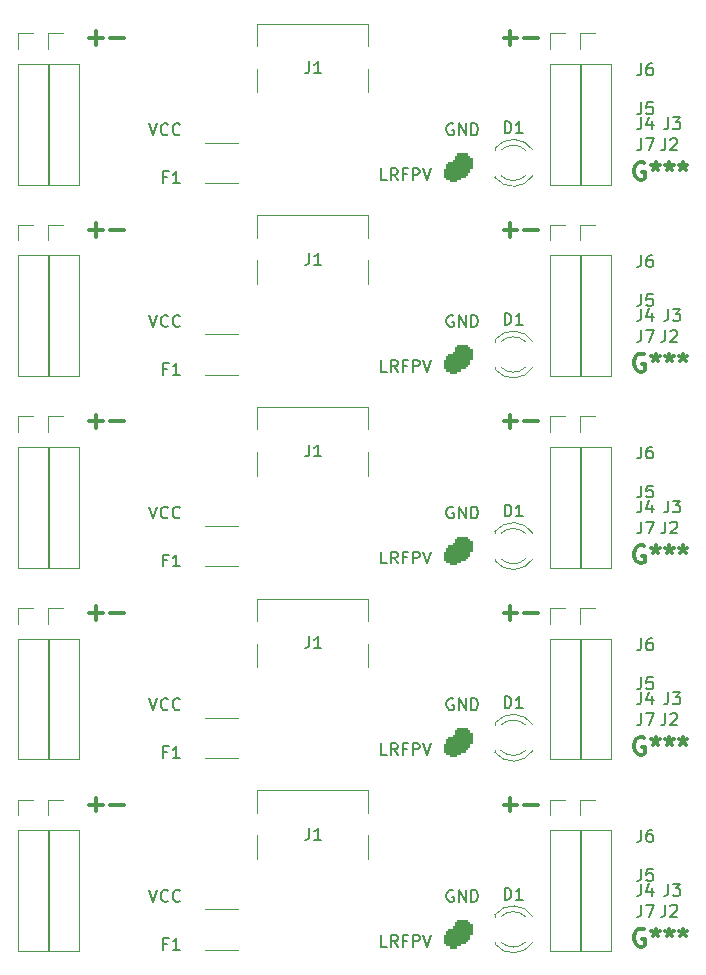
<source format=gbr>
%TF.GenerationSoftware,KiCad,Pcbnew,6.0.5-a6ca702e91~116~ubuntu22.04.1*%
%TF.CreationDate,2022-06-10T16:35:41-05:00*%
%TF.ProjectId,panel,70616e65-6c2e-46b6-9963-61645f706362,rev?*%
%TF.SameCoordinates,Original*%
%TF.FileFunction,Legend,Top*%
%TF.FilePolarity,Positive*%
%FSLAX46Y46*%
G04 Gerber Fmt 4.6, Leading zero omitted, Abs format (unit mm)*
G04 Created by KiCad (PCBNEW 6.0.5-a6ca702e91~116~ubuntu22.04.1) date 2022-06-10 16:35:41*
%MOMM*%
%LPD*%
G01*
G04 APERTURE LIST*
%ADD10C,0.200000*%
%ADD11C,0.300000*%
%ADD12C,0.150000*%
%ADD13C,0.160000*%
%ADD14C,0.120000*%
G04 APERTURE END LIST*
D10*
X30542994Y-91238380D02*
X30876328Y-92238380D01*
X31209661Y-91238380D01*
X32114423Y-92143142D02*
X32066804Y-92190761D01*
X31923947Y-92238380D01*
X31828708Y-92238380D01*
X31685851Y-92190761D01*
X31590613Y-92095523D01*
X31542994Y-92000285D01*
X31495375Y-91809809D01*
X31495375Y-91666952D01*
X31542994Y-91476476D01*
X31590613Y-91381238D01*
X31685851Y-91286000D01*
X31828708Y-91238380D01*
X31923947Y-91238380D01*
X32066804Y-91286000D01*
X32114423Y-91333619D01*
X33114423Y-92143142D02*
X33066804Y-92190761D01*
X32923947Y-92238380D01*
X32828708Y-92238380D01*
X32685851Y-92190761D01*
X32590613Y-92095523D01*
X32542994Y-92000285D01*
X32495375Y-91809809D01*
X32495375Y-91666952D01*
X32542994Y-91476476D01*
X32590613Y-91381238D01*
X32685851Y-91286000D01*
X32828708Y-91238380D01*
X32923947Y-91238380D01*
X33066804Y-91286000D01*
X33114423Y-91333619D01*
X30542994Y-75014380D02*
X30876328Y-76014380D01*
X31209661Y-75014380D01*
X32114423Y-75919142D02*
X32066804Y-75966761D01*
X31923947Y-76014380D01*
X31828708Y-76014380D01*
X31685851Y-75966761D01*
X31590613Y-75871523D01*
X31542994Y-75776285D01*
X31495375Y-75585809D01*
X31495375Y-75442952D01*
X31542994Y-75252476D01*
X31590613Y-75157238D01*
X31685851Y-75062000D01*
X31828708Y-75014380D01*
X31923947Y-75014380D01*
X32066804Y-75062000D01*
X32114423Y-75109619D01*
X33114423Y-75919142D02*
X33066804Y-75966761D01*
X32923947Y-76014380D01*
X32828708Y-76014380D01*
X32685851Y-75966761D01*
X32590613Y-75871523D01*
X32542994Y-75776285D01*
X32495375Y-75585809D01*
X32495375Y-75442952D01*
X32542994Y-75252476D01*
X32590613Y-75157238D01*
X32685851Y-75062000D01*
X32828708Y-75014380D01*
X32923947Y-75014380D01*
X33066804Y-75062000D01*
X33114423Y-75109619D01*
X30542994Y-58790380D02*
X30876328Y-59790380D01*
X31209661Y-58790380D01*
X32114423Y-59695142D02*
X32066804Y-59742761D01*
X31923947Y-59790380D01*
X31828708Y-59790380D01*
X31685851Y-59742761D01*
X31590613Y-59647523D01*
X31542994Y-59552285D01*
X31495375Y-59361809D01*
X31495375Y-59218952D01*
X31542994Y-59028476D01*
X31590613Y-58933238D01*
X31685851Y-58838000D01*
X31828708Y-58790380D01*
X31923947Y-58790380D01*
X32066804Y-58838000D01*
X32114423Y-58885619D01*
X33114423Y-59695142D02*
X33066804Y-59742761D01*
X32923947Y-59790380D01*
X32828708Y-59790380D01*
X32685851Y-59742761D01*
X32590613Y-59647523D01*
X32542994Y-59552285D01*
X32495375Y-59361809D01*
X32495375Y-59218952D01*
X32542994Y-59028476D01*
X32590613Y-58933238D01*
X32685851Y-58838000D01*
X32828708Y-58790380D01*
X32923947Y-58790380D01*
X33066804Y-58838000D01*
X33114423Y-58885619D01*
X30542994Y-42566380D02*
X30876328Y-43566380D01*
X31209661Y-42566380D01*
X32114423Y-43471142D02*
X32066804Y-43518761D01*
X31923947Y-43566380D01*
X31828708Y-43566380D01*
X31685851Y-43518761D01*
X31590613Y-43423523D01*
X31542994Y-43328285D01*
X31495375Y-43137809D01*
X31495375Y-42994952D01*
X31542994Y-42804476D01*
X31590613Y-42709238D01*
X31685851Y-42614000D01*
X31828708Y-42566380D01*
X31923947Y-42566380D01*
X32066804Y-42614000D01*
X32114423Y-42661619D01*
X33114423Y-43471142D02*
X33066804Y-43518761D01*
X32923947Y-43566380D01*
X32828708Y-43566380D01*
X32685851Y-43518761D01*
X32590613Y-43423523D01*
X32542994Y-43328285D01*
X32495375Y-43137809D01*
X32495375Y-42994952D01*
X32542994Y-42804476D01*
X32590613Y-42709238D01*
X32685851Y-42614000D01*
X32828708Y-42566380D01*
X32923947Y-42566380D01*
X33066804Y-42614000D01*
X33114423Y-42661619D01*
X30542994Y-26342380D02*
X30876328Y-27342380D01*
X31209661Y-26342380D01*
X32114423Y-27247142D02*
X32066804Y-27294761D01*
X31923947Y-27342380D01*
X31828708Y-27342380D01*
X31685851Y-27294761D01*
X31590613Y-27199523D01*
X31542994Y-27104285D01*
X31495375Y-26913809D01*
X31495375Y-26770952D01*
X31542994Y-26580476D01*
X31590613Y-26485238D01*
X31685851Y-26390000D01*
X31828708Y-26342380D01*
X31923947Y-26342380D01*
X32066804Y-26390000D01*
X32114423Y-26437619D01*
X33114423Y-27247142D02*
X33066804Y-27294761D01*
X32923947Y-27342380D01*
X32828708Y-27342380D01*
X32685851Y-27294761D01*
X32590613Y-27199523D01*
X32542994Y-27104285D01*
X32495375Y-26913809D01*
X32495375Y-26770952D01*
X32542994Y-26580476D01*
X32590613Y-26485238D01*
X32685851Y-26390000D01*
X32828708Y-26342380D01*
X32923947Y-26342380D01*
X33066804Y-26390000D01*
X33114423Y-26437619D01*
X56260423Y-91286000D02*
X56165185Y-91238380D01*
X56022328Y-91238380D01*
X55879470Y-91286000D01*
X55784232Y-91381238D01*
X55736613Y-91476476D01*
X55688994Y-91666952D01*
X55688994Y-91809809D01*
X55736613Y-92000285D01*
X55784232Y-92095523D01*
X55879470Y-92190761D01*
X56022328Y-92238380D01*
X56117566Y-92238380D01*
X56260423Y-92190761D01*
X56308042Y-92143142D01*
X56308042Y-91809809D01*
X56117566Y-91809809D01*
X56736613Y-92238380D02*
X56736613Y-91238380D01*
X57308042Y-92238380D01*
X57308042Y-91238380D01*
X57784232Y-92238380D02*
X57784232Y-91238380D01*
X58022328Y-91238380D01*
X58165185Y-91286000D01*
X58260423Y-91381238D01*
X58308042Y-91476476D01*
X58355661Y-91666952D01*
X58355661Y-91809809D01*
X58308042Y-92000285D01*
X58260423Y-92095523D01*
X58165185Y-92190761D01*
X58022328Y-92238380D01*
X57784232Y-92238380D01*
X56260423Y-75062000D02*
X56165185Y-75014380D01*
X56022328Y-75014380D01*
X55879470Y-75062000D01*
X55784232Y-75157238D01*
X55736613Y-75252476D01*
X55688994Y-75442952D01*
X55688994Y-75585809D01*
X55736613Y-75776285D01*
X55784232Y-75871523D01*
X55879470Y-75966761D01*
X56022328Y-76014380D01*
X56117566Y-76014380D01*
X56260423Y-75966761D01*
X56308042Y-75919142D01*
X56308042Y-75585809D01*
X56117566Y-75585809D01*
X56736613Y-76014380D02*
X56736613Y-75014380D01*
X57308042Y-76014380D01*
X57308042Y-75014380D01*
X57784232Y-76014380D02*
X57784232Y-75014380D01*
X58022328Y-75014380D01*
X58165185Y-75062000D01*
X58260423Y-75157238D01*
X58308042Y-75252476D01*
X58355661Y-75442952D01*
X58355661Y-75585809D01*
X58308042Y-75776285D01*
X58260423Y-75871523D01*
X58165185Y-75966761D01*
X58022328Y-76014380D01*
X57784232Y-76014380D01*
X56260423Y-58838000D02*
X56165185Y-58790380D01*
X56022328Y-58790380D01*
X55879470Y-58838000D01*
X55784232Y-58933238D01*
X55736613Y-59028476D01*
X55688994Y-59218952D01*
X55688994Y-59361809D01*
X55736613Y-59552285D01*
X55784232Y-59647523D01*
X55879470Y-59742761D01*
X56022328Y-59790380D01*
X56117566Y-59790380D01*
X56260423Y-59742761D01*
X56308042Y-59695142D01*
X56308042Y-59361809D01*
X56117566Y-59361809D01*
X56736613Y-59790380D02*
X56736613Y-58790380D01*
X57308042Y-59790380D01*
X57308042Y-58790380D01*
X57784232Y-59790380D02*
X57784232Y-58790380D01*
X58022328Y-58790380D01*
X58165185Y-58838000D01*
X58260423Y-58933238D01*
X58308042Y-59028476D01*
X58355661Y-59218952D01*
X58355661Y-59361809D01*
X58308042Y-59552285D01*
X58260423Y-59647523D01*
X58165185Y-59742761D01*
X58022328Y-59790380D01*
X57784232Y-59790380D01*
X56260423Y-42614000D02*
X56165185Y-42566380D01*
X56022328Y-42566380D01*
X55879470Y-42614000D01*
X55784232Y-42709238D01*
X55736613Y-42804476D01*
X55688994Y-42994952D01*
X55688994Y-43137809D01*
X55736613Y-43328285D01*
X55784232Y-43423523D01*
X55879470Y-43518761D01*
X56022328Y-43566380D01*
X56117566Y-43566380D01*
X56260423Y-43518761D01*
X56308042Y-43471142D01*
X56308042Y-43137809D01*
X56117566Y-43137809D01*
X56736613Y-43566380D02*
X56736613Y-42566380D01*
X57308042Y-43566380D01*
X57308042Y-42566380D01*
X57784232Y-43566380D02*
X57784232Y-42566380D01*
X58022328Y-42566380D01*
X58165185Y-42614000D01*
X58260423Y-42709238D01*
X58308042Y-42804476D01*
X58355661Y-42994952D01*
X58355661Y-43137809D01*
X58308042Y-43328285D01*
X58260423Y-43423523D01*
X58165185Y-43518761D01*
X58022328Y-43566380D01*
X57784232Y-43566380D01*
X56260423Y-26390000D02*
X56165185Y-26342380D01*
X56022328Y-26342380D01*
X55879470Y-26390000D01*
X55784232Y-26485238D01*
X55736613Y-26580476D01*
X55688994Y-26770952D01*
X55688994Y-26913809D01*
X55736613Y-27104285D01*
X55784232Y-27199523D01*
X55879470Y-27294761D01*
X56022328Y-27342380D01*
X56117566Y-27342380D01*
X56260423Y-27294761D01*
X56308042Y-27247142D01*
X56308042Y-26913809D01*
X56117566Y-26913809D01*
X56736613Y-27342380D02*
X56736613Y-26342380D01*
X57308042Y-27342380D01*
X57308042Y-26342380D01*
X57784232Y-27342380D02*
X57784232Y-26342380D01*
X58022328Y-26342380D01*
X58165185Y-26390000D01*
X58260423Y-26485238D01*
X58308042Y-26580476D01*
X58355661Y-26770952D01*
X58355661Y-26913809D01*
X58308042Y-27104285D01*
X58260423Y-27199523D01*
X58165185Y-27294761D01*
X58022328Y-27342380D01*
X57784232Y-27342380D01*
D11*
X62292899Y-84019142D02*
X63435756Y-84019142D01*
X62292899Y-67795142D02*
X63435756Y-67795142D01*
X62292899Y-51571142D02*
X63435756Y-51571142D01*
X62292899Y-35347142D02*
X63435756Y-35347142D01*
X62292899Y-19123142D02*
X63435756Y-19123142D01*
X27228928Y-84019142D02*
X28371785Y-84019142D01*
X27228928Y-67795142D02*
X28371785Y-67795142D01*
X27228928Y-51571142D02*
X28371785Y-51571142D01*
X27228928Y-35347142D02*
X28371785Y-35347142D01*
X27228928Y-19123142D02*
X28371785Y-19123142D01*
D10*
X50648708Y-96048380D02*
X50172518Y-96048380D01*
X50172518Y-95048380D01*
X51553470Y-96048380D02*
X51220137Y-95572190D01*
X50982042Y-96048380D02*
X50982042Y-95048380D01*
X51362994Y-95048380D01*
X51458232Y-95096000D01*
X51505851Y-95143619D01*
X51553470Y-95238857D01*
X51553470Y-95381714D01*
X51505851Y-95476952D01*
X51458232Y-95524571D01*
X51362994Y-95572190D01*
X50982042Y-95572190D01*
X52315375Y-95524571D02*
X51982042Y-95524571D01*
X51982042Y-96048380D02*
X51982042Y-95048380D01*
X52458232Y-95048380D01*
X52839185Y-96048380D02*
X52839185Y-95048380D01*
X53220137Y-95048380D01*
X53315375Y-95096000D01*
X53362994Y-95143619D01*
X53410613Y-95238857D01*
X53410613Y-95381714D01*
X53362994Y-95476952D01*
X53315375Y-95524571D01*
X53220137Y-95572190D01*
X52839185Y-95572190D01*
X53696328Y-95048380D02*
X54029661Y-96048380D01*
X54362994Y-95048380D01*
X50648708Y-79824380D02*
X50172518Y-79824380D01*
X50172518Y-78824380D01*
X51553470Y-79824380D02*
X51220137Y-79348190D01*
X50982042Y-79824380D02*
X50982042Y-78824380D01*
X51362994Y-78824380D01*
X51458232Y-78872000D01*
X51505851Y-78919619D01*
X51553470Y-79014857D01*
X51553470Y-79157714D01*
X51505851Y-79252952D01*
X51458232Y-79300571D01*
X51362994Y-79348190D01*
X50982042Y-79348190D01*
X52315375Y-79300571D02*
X51982042Y-79300571D01*
X51982042Y-79824380D02*
X51982042Y-78824380D01*
X52458232Y-78824380D01*
X52839185Y-79824380D02*
X52839185Y-78824380D01*
X53220137Y-78824380D01*
X53315375Y-78872000D01*
X53362994Y-78919619D01*
X53410613Y-79014857D01*
X53410613Y-79157714D01*
X53362994Y-79252952D01*
X53315375Y-79300571D01*
X53220137Y-79348190D01*
X52839185Y-79348190D01*
X53696328Y-78824380D02*
X54029661Y-79824380D01*
X54362994Y-78824380D01*
X50648708Y-63600380D02*
X50172518Y-63600380D01*
X50172518Y-62600380D01*
X51553470Y-63600380D02*
X51220137Y-63124190D01*
X50982042Y-63600380D02*
X50982042Y-62600380D01*
X51362994Y-62600380D01*
X51458232Y-62648000D01*
X51505851Y-62695619D01*
X51553470Y-62790857D01*
X51553470Y-62933714D01*
X51505851Y-63028952D01*
X51458232Y-63076571D01*
X51362994Y-63124190D01*
X50982042Y-63124190D01*
X52315375Y-63076571D02*
X51982042Y-63076571D01*
X51982042Y-63600380D02*
X51982042Y-62600380D01*
X52458232Y-62600380D01*
X52839185Y-63600380D02*
X52839185Y-62600380D01*
X53220137Y-62600380D01*
X53315375Y-62648000D01*
X53362994Y-62695619D01*
X53410613Y-62790857D01*
X53410613Y-62933714D01*
X53362994Y-63028952D01*
X53315375Y-63076571D01*
X53220137Y-63124190D01*
X52839185Y-63124190D01*
X53696328Y-62600380D02*
X54029661Y-63600380D01*
X54362994Y-62600380D01*
X50648708Y-47376380D02*
X50172518Y-47376380D01*
X50172518Y-46376380D01*
X51553470Y-47376380D02*
X51220137Y-46900190D01*
X50982042Y-47376380D02*
X50982042Y-46376380D01*
X51362994Y-46376380D01*
X51458232Y-46424000D01*
X51505851Y-46471619D01*
X51553470Y-46566857D01*
X51553470Y-46709714D01*
X51505851Y-46804952D01*
X51458232Y-46852571D01*
X51362994Y-46900190D01*
X50982042Y-46900190D01*
X52315375Y-46852571D02*
X51982042Y-46852571D01*
X51982042Y-47376380D02*
X51982042Y-46376380D01*
X52458232Y-46376380D01*
X52839185Y-47376380D02*
X52839185Y-46376380D01*
X53220137Y-46376380D01*
X53315375Y-46424000D01*
X53362994Y-46471619D01*
X53410613Y-46566857D01*
X53410613Y-46709714D01*
X53362994Y-46804952D01*
X53315375Y-46852571D01*
X53220137Y-46900190D01*
X52839185Y-46900190D01*
X53696328Y-46376380D02*
X54029661Y-47376380D01*
X54362994Y-46376380D01*
X50648708Y-31152380D02*
X50172518Y-31152380D01*
X50172518Y-30152380D01*
X51553470Y-31152380D02*
X51220137Y-30676190D01*
X50982042Y-31152380D02*
X50982042Y-30152380D01*
X51362994Y-30152380D01*
X51458232Y-30200000D01*
X51505851Y-30247619D01*
X51553470Y-30342857D01*
X51553470Y-30485714D01*
X51505851Y-30580952D01*
X51458232Y-30628571D01*
X51362994Y-30676190D01*
X50982042Y-30676190D01*
X52315375Y-30628571D02*
X51982042Y-30628571D01*
X51982042Y-31152380D02*
X51982042Y-30152380D01*
X52458232Y-30152380D01*
X52839185Y-31152380D02*
X52839185Y-30152380D01*
X53220137Y-30152380D01*
X53315375Y-30200000D01*
X53362994Y-30247619D01*
X53410613Y-30342857D01*
X53410613Y-30485714D01*
X53362994Y-30580952D01*
X53315375Y-30628571D01*
X53220137Y-30676190D01*
X52839185Y-30676190D01*
X53696328Y-30152380D02*
X54029661Y-31152380D01*
X54362994Y-30152380D01*
D11*
X60526870Y-84019142D02*
X61669727Y-84019142D01*
X61098299Y-84590571D02*
X61098299Y-83447714D01*
X60526870Y-67795142D02*
X61669727Y-67795142D01*
X61098299Y-68366571D02*
X61098299Y-67223714D01*
X60526870Y-51571142D02*
X61669727Y-51571142D01*
X61098299Y-52142571D02*
X61098299Y-50999714D01*
X60526870Y-35347142D02*
X61669727Y-35347142D01*
X61098299Y-35918571D02*
X61098299Y-34775714D01*
X60526870Y-19123142D02*
X61669727Y-19123142D01*
X61098299Y-19694571D02*
X61098299Y-18551714D01*
X25462899Y-84019142D02*
X26605756Y-84019142D01*
X26034328Y-84590571D02*
X26034328Y-83447714D01*
X25462899Y-67795142D02*
X26605756Y-67795142D01*
X26034328Y-68366571D02*
X26034328Y-67223714D01*
X25462899Y-51571142D02*
X26605756Y-51571142D01*
X26034328Y-52142571D02*
X26034328Y-50999714D01*
X25462899Y-35347142D02*
X26605756Y-35347142D01*
X26034328Y-35918571D02*
X26034328Y-34775714D01*
X25462899Y-19123142D02*
X26605756Y-19123142D01*
X26034328Y-19694571D02*
X26034328Y-18551714D01*
D12*
%TO.C,J7*%
X72182994Y-27612380D02*
X72182994Y-28326666D01*
X72135375Y-28469523D01*
X72040137Y-28564761D01*
X71897280Y-28612380D01*
X71802042Y-28612380D01*
X72563947Y-27612380D02*
X73230613Y-27612380D01*
X72802042Y-28612380D01*
%TO.C,J5*%
X72182994Y-73236380D02*
X72182994Y-73950666D01*
X72135375Y-74093523D01*
X72040137Y-74188761D01*
X71897280Y-74236380D01*
X71802042Y-74236380D01*
X73135375Y-73236380D02*
X72659185Y-73236380D01*
X72611566Y-73712571D01*
X72659185Y-73664952D01*
X72754423Y-73617333D01*
X72992518Y-73617333D01*
X73087756Y-73664952D01*
X73135375Y-73712571D01*
X73182994Y-73807809D01*
X73182994Y-74045904D01*
X73135375Y-74141142D01*
X73087756Y-74188761D01*
X72992518Y-74236380D01*
X72754423Y-74236380D01*
X72659185Y-74188761D01*
X72611566Y-74141142D01*
%TO.C,J7*%
X72182994Y-76284380D02*
X72182994Y-76998666D01*
X72135375Y-77141523D01*
X72040137Y-77236761D01*
X71897280Y-77284380D01*
X71802042Y-77284380D01*
X72563947Y-76284380D02*
X73230613Y-76284380D01*
X72802042Y-77284380D01*
%TO.C,D1*%
X60602232Y-59624380D02*
X60602232Y-58624380D01*
X60840328Y-58624380D01*
X60983185Y-58672000D01*
X61078423Y-58767238D01*
X61126042Y-58862476D01*
X61173661Y-59052952D01*
X61173661Y-59195809D01*
X61126042Y-59386285D01*
X61078423Y-59481523D01*
X60983185Y-59576761D01*
X60840328Y-59624380D01*
X60602232Y-59624380D01*
X62126042Y-59624380D02*
X61554613Y-59624380D01*
X61840328Y-59624380D02*
X61840328Y-58624380D01*
X61745089Y-58767238D01*
X61649851Y-58862476D01*
X61554613Y-58910095D01*
%TO.C,J6*%
X72182994Y-69934380D02*
X72182994Y-70648666D01*
X72135375Y-70791523D01*
X72040137Y-70886761D01*
X71897280Y-70934380D01*
X71802042Y-70934380D01*
X73087756Y-69934380D02*
X72897280Y-69934380D01*
X72802042Y-69982000D01*
X72754423Y-70029619D01*
X72659185Y-70172476D01*
X72611566Y-70362952D01*
X72611566Y-70743904D01*
X72659185Y-70839142D01*
X72706804Y-70886761D01*
X72802042Y-70934380D01*
X72992518Y-70934380D01*
X73087756Y-70886761D01*
X73135375Y-70839142D01*
X73182994Y-70743904D01*
X73182994Y-70505809D01*
X73135375Y-70410571D01*
X73087756Y-70362952D01*
X72992518Y-70315333D01*
X72802042Y-70315333D01*
X72706804Y-70362952D01*
X72659185Y-70410571D01*
X72611566Y-70505809D01*
%TO.C,J5*%
X72182994Y-24564380D02*
X72182994Y-25278666D01*
X72135375Y-25421523D01*
X72040137Y-25516761D01*
X71897280Y-25564380D01*
X71802042Y-25564380D01*
X73135375Y-24564380D02*
X72659185Y-24564380D01*
X72611566Y-25040571D01*
X72659185Y-24992952D01*
X72754423Y-24945333D01*
X72992518Y-24945333D01*
X73087756Y-24992952D01*
X73135375Y-25040571D01*
X73182994Y-25135809D01*
X73182994Y-25373904D01*
X73135375Y-25469142D01*
X73087756Y-25516761D01*
X72992518Y-25564380D01*
X72754423Y-25564380D01*
X72659185Y-25516761D01*
X72611566Y-25469142D01*
%TO.C,J6*%
X72182994Y-53710380D02*
X72182994Y-54424666D01*
X72135375Y-54567523D01*
X72040137Y-54662761D01*
X71897280Y-54710380D01*
X71802042Y-54710380D01*
X73087756Y-53710380D02*
X72897280Y-53710380D01*
X72802042Y-53758000D01*
X72754423Y-53805619D01*
X72659185Y-53948476D01*
X72611566Y-54138952D01*
X72611566Y-54519904D01*
X72659185Y-54615142D01*
X72706804Y-54662761D01*
X72802042Y-54710380D01*
X72992518Y-54710380D01*
X73087756Y-54662761D01*
X73135375Y-54615142D01*
X73182994Y-54519904D01*
X73182994Y-54281809D01*
X73135375Y-54186571D01*
X73087756Y-54138952D01*
X72992518Y-54091333D01*
X72802042Y-54091333D01*
X72706804Y-54138952D01*
X72659185Y-54186571D01*
X72611566Y-54281809D01*
D11*
%TO.C,G\u002A\u002A\u002A*%
X72443756Y-29684000D02*
X72298613Y-29611428D01*
X72080899Y-29611428D01*
X71863185Y-29684000D01*
X71718042Y-29829142D01*
X71645470Y-29974285D01*
X71572899Y-30264571D01*
X71572899Y-30482285D01*
X71645470Y-30772571D01*
X71718042Y-30917714D01*
X71863185Y-31062857D01*
X72080899Y-31135428D01*
X72226042Y-31135428D01*
X72443756Y-31062857D01*
X72516328Y-30990285D01*
X72516328Y-30482285D01*
X72226042Y-30482285D01*
X73387185Y-29611428D02*
X73387185Y-29974285D01*
X73024328Y-29829142D02*
X73387185Y-29974285D01*
X73750042Y-29829142D01*
X73169470Y-30264571D02*
X73387185Y-29974285D01*
X73604899Y-30264571D01*
X74548328Y-29611428D02*
X74548328Y-29974285D01*
X74185470Y-29829142D02*
X74548328Y-29974285D01*
X74911185Y-29829142D01*
X74330613Y-30264571D02*
X74548328Y-29974285D01*
X74766042Y-30264571D01*
X75709470Y-29611428D02*
X75709470Y-29974285D01*
X75346613Y-29829142D02*
X75709470Y-29974285D01*
X76072328Y-29829142D01*
X75491756Y-30264571D02*
X75709470Y-29974285D01*
X75927185Y-30264571D01*
D13*
%TO.C,J1*%
X44065194Y-37314380D02*
X44065194Y-38028666D01*
X44017575Y-38171523D01*
X43922337Y-38266761D01*
X43779480Y-38314380D01*
X43684242Y-38314380D01*
X45065194Y-38314380D02*
X44493766Y-38314380D01*
X44779480Y-38314380D02*
X44779480Y-37314380D01*
X44684242Y-37457238D01*
X44589004Y-37552476D01*
X44493766Y-37600095D01*
D12*
%TO.C,J4*%
X72182994Y-58282380D02*
X72182994Y-58996666D01*
X72135375Y-59139523D01*
X72040137Y-59234761D01*
X71897280Y-59282380D01*
X71802042Y-59282380D01*
X73087756Y-58615714D02*
X73087756Y-59282380D01*
X72849661Y-58234761D02*
X72611566Y-58949047D01*
X73230613Y-58949047D01*
%TO.C,J3*%
X74468994Y-25834380D02*
X74468994Y-26548666D01*
X74421375Y-26691523D01*
X74326137Y-26786761D01*
X74183280Y-26834380D01*
X74088042Y-26834380D01*
X74849947Y-25834380D02*
X75468994Y-25834380D01*
X75135661Y-26215333D01*
X75278518Y-26215333D01*
X75373756Y-26262952D01*
X75421375Y-26310571D01*
X75468994Y-26405809D01*
X75468994Y-26643904D01*
X75421375Y-26739142D01*
X75373756Y-26786761D01*
X75278518Y-26834380D01*
X74992804Y-26834380D01*
X74897566Y-26786761D01*
X74849947Y-26739142D01*
%TO.C,J4*%
X72182994Y-25834380D02*
X72182994Y-26548666D01*
X72135375Y-26691523D01*
X72040137Y-26786761D01*
X71897280Y-26834380D01*
X71802042Y-26834380D01*
X73087756Y-26167714D02*
X73087756Y-26834380D01*
X72849661Y-25786761D02*
X72611566Y-26501047D01*
X73230613Y-26501047D01*
D11*
%TO.C,G\u002A\u002A\u002A*%
X72443756Y-94580000D02*
X72298613Y-94507428D01*
X72080899Y-94507428D01*
X71863185Y-94580000D01*
X71718042Y-94725142D01*
X71645470Y-94870285D01*
X71572899Y-95160571D01*
X71572899Y-95378285D01*
X71645470Y-95668571D01*
X71718042Y-95813714D01*
X71863185Y-95958857D01*
X72080899Y-96031428D01*
X72226042Y-96031428D01*
X72443756Y-95958857D01*
X72516328Y-95886285D01*
X72516328Y-95378285D01*
X72226042Y-95378285D01*
X73387185Y-94507428D02*
X73387185Y-94870285D01*
X73024328Y-94725142D02*
X73387185Y-94870285D01*
X73750042Y-94725142D01*
X73169470Y-95160571D02*
X73387185Y-94870285D01*
X73604899Y-95160571D01*
X74548328Y-94507428D02*
X74548328Y-94870285D01*
X74185470Y-94725142D02*
X74548328Y-94870285D01*
X74911185Y-94725142D01*
X74330613Y-95160571D02*
X74548328Y-94870285D01*
X74766042Y-95160571D01*
X75709470Y-94507428D02*
X75709470Y-94870285D01*
X75346613Y-94725142D02*
X75709470Y-94870285D01*
X76072328Y-94725142D01*
X75491756Y-95160571D02*
X75709470Y-94870285D01*
X75927185Y-95160571D01*
D12*
%TO.C,J6*%
X72182994Y-37486380D02*
X72182994Y-38200666D01*
X72135375Y-38343523D01*
X72040137Y-38438761D01*
X71897280Y-38486380D01*
X71802042Y-38486380D01*
X73087756Y-37486380D02*
X72897280Y-37486380D01*
X72802042Y-37534000D01*
X72754423Y-37581619D01*
X72659185Y-37724476D01*
X72611566Y-37914952D01*
X72611566Y-38295904D01*
X72659185Y-38391142D01*
X72706804Y-38438761D01*
X72802042Y-38486380D01*
X72992518Y-38486380D01*
X73087756Y-38438761D01*
X73135375Y-38391142D01*
X73182994Y-38295904D01*
X73182994Y-38057809D01*
X73135375Y-37962571D01*
X73087756Y-37914952D01*
X72992518Y-37867333D01*
X72802042Y-37867333D01*
X72706804Y-37914952D01*
X72659185Y-37962571D01*
X72611566Y-38057809D01*
%TO.C,J2*%
X74214994Y-92508380D02*
X74214994Y-93222666D01*
X74167375Y-93365523D01*
X74072137Y-93460761D01*
X73929280Y-93508380D01*
X73834042Y-93508380D01*
X74643566Y-92603619D02*
X74691185Y-92556000D01*
X74786423Y-92508380D01*
X75024518Y-92508380D01*
X75119756Y-92556000D01*
X75167375Y-92603619D01*
X75214994Y-92698857D01*
X75214994Y-92794095D01*
X75167375Y-92936952D01*
X74595947Y-93508380D01*
X75214994Y-93508380D01*
X74214994Y-60060380D02*
X74214994Y-60774666D01*
X74167375Y-60917523D01*
X74072137Y-61012761D01*
X73929280Y-61060380D01*
X73834042Y-61060380D01*
X74643566Y-60155619D02*
X74691185Y-60108000D01*
X74786423Y-60060380D01*
X75024518Y-60060380D01*
X75119756Y-60108000D01*
X75167375Y-60155619D01*
X75214994Y-60250857D01*
X75214994Y-60346095D01*
X75167375Y-60488952D01*
X74595947Y-61060380D01*
X75214994Y-61060380D01*
%TO.C,J7*%
X72182994Y-60060380D02*
X72182994Y-60774666D01*
X72135375Y-60917523D01*
X72040137Y-61012761D01*
X71897280Y-61060380D01*
X71802042Y-61060380D01*
X72563947Y-60060380D02*
X73230613Y-60060380D01*
X72802042Y-61060380D01*
%TO.C,J5*%
X72182994Y-57012380D02*
X72182994Y-57726666D01*
X72135375Y-57869523D01*
X72040137Y-57964761D01*
X71897280Y-58012380D01*
X71802042Y-58012380D01*
X73135375Y-57012380D02*
X72659185Y-57012380D01*
X72611566Y-57488571D01*
X72659185Y-57440952D01*
X72754423Y-57393333D01*
X72992518Y-57393333D01*
X73087756Y-57440952D01*
X73135375Y-57488571D01*
X73182994Y-57583809D01*
X73182994Y-57821904D01*
X73135375Y-57917142D01*
X73087756Y-57964761D01*
X72992518Y-58012380D01*
X72754423Y-58012380D01*
X72659185Y-57964761D01*
X72611566Y-57917142D01*
D11*
%TO.C,G\u002A\u002A\u002A*%
X72443756Y-45908000D02*
X72298613Y-45835428D01*
X72080899Y-45835428D01*
X71863185Y-45908000D01*
X71718042Y-46053142D01*
X71645470Y-46198285D01*
X71572899Y-46488571D01*
X71572899Y-46706285D01*
X71645470Y-46996571D01*
X71718042Y-47141714D01*
X71863185Y-47286857D01*
X72080899Y-47359428D01*
X72226042Y-47359428D01*
X72443756Y-47286857D01*
X72516328Y-47214285D01*
X72516328Y-46706285D01*
X72226042Y-46706285D01*
X73387185Y-45835428D02*
X73387185Y-46198285D01*
X73024328Y-46053142D02*
X73387185Y-46198285D01*
X73750042Y-46053142D01*
X73169470Y-46488571D02*
X73387185Y-46198285D01*
X73604899Y-46488571D01*
X74548328Y-45835428D02*
X74548328Y-46198285D01*
X74185470Y-46053142D02*
X74548328Y-46198285D01*
X74911185Y-46053142D01*
X74330613Y-46488571D02*
X74548328Y-46198285D01*
X74766042Y-46488571D01*
X75709470Y-45835428D02*
X75709470Y-46198285D01*
X75346613Y-46053142D02*
X75709470Y-46198285D01*
X76072328Y-46053142D01*
X75491756Y-46488571D02*
X75709470Y-46198285D01*
X75927185Y-46488571D01*
D12*
%TO.C,J5*%
X72182994Y-89460380D02*
X72182994Y-90174666D01*
X72135375Y-90317523D01*
X72040137Y-90412761D01*
X71897280Y-90460380D01*
X71802042Y-90460380D01*
X73135375Y-89460380D02*
X72659185Y-89460380D01*
X72611566Y-89936571D01*
X72659185Y-89888952D01*
X72754423Y-89841333D01*
X72992518Y-89841333D01*
X73087756Y-89888952D01*
X73135375Y-89936571D01*
X73182994Y-90031809D01*
X73182994Y-90269904D01*
X73135375Y-90365142D01*
X73087756Y-90412761D01*
X72992518Y-90460380D01*
X72754423Y-90460380D01*
X72659185Y-90412761D01*
X72611566Y-90365142D01*
%TO.C,D1*%
X60602232Y-75848380D02*
X60602232Y-74848380D01*
X60840328Y-74848380D01*
X60983185Y-74896000D01*
X61078423Y-74991238D01*
X61126042Y-75086476D01*
X61173661Y-75276952D01*
X61173661Y-75419809D01*
X61126042Y-75610285D01*
X61078423Y-75705523D01*
X60983185Y-75800761D01*
X60840328Y-75848380D01*
X60602232Y-75848380D01*
X62126042Y-75848380D02*
X61554613Y-75848380D01*
X61840328Y-75848380D02*
X61840328Y-74848380D01*
X61745089Y-74991238D01*
X61649851Y-75086476D01*
X61554613Y-75134095D01*
D11*
%TO.C,G\u002A\u002A\u002A*%
X72443756Y-78356000D02*
X72298613Y-78283428D01*
X72080899Y-78283428D01*
X71863185Y-78356000D01*
X71718042Y-78501142D01*
X71645470Y-78646285D01*
X71572899Y-78936571D01*
X71572899Y-79154285D01*
X71645470Y-79444571D01*
X71718042Y-79589714D01*
X71863185Y-79734857D01*
X72080899Y-79807428D01*
X72226042Y-79807428D01*
X72443756Y-79734857D01*
X72516328Y-79662285D01*
X72516328Y-79154285D01*
X72226042Y-79154285D01*
X73387185Y-78283428D02*
X73387185Y-78646285D01*
X73024328Y-78501142D02*
X73387185Y-78646285D01*
X73750042Y-78501142D01*
X73169470Y-78936571D02*
X73387185Y-78646285D01*
X73604899Y-78936571D01*
X74548328Y-78283428D02*
X74548328Y-78646285D01*
X74185470Y-78501142D02*
X74548328Y-78646285D01*
X74911185Y-78501142D01*
X74330613Y-78936571D02*
X74548328Y-78646285D01*
X74766042Y-78936571D01*
X75709470Y-78283428D02*
X75709470Y-78646285D01*
X75346613Y-78501142D02*
X75709470Y-78646285D01*
X76072328Y-78501142D01*
X75491756Y-78936571D02*
X75709470Y-78646285D01*
X75927185Y-78936571D01*
D12*
%TO.C,J5*%
X72182994Y-40788380D02*
X72182994Y-41502666D01*
X72135375Y-41645523D01*
X72040137Y-41740761D01*
X71897280Y-41788380D01*
X71802042Y-41788380D01*
X73135375Y-40788380D02*
X72659185Y-40788380D01*
X72611566Y-41264571D01*
X72659185Y-41216952D01*
X72754423Y-41169333D01*
X72992518Y-41169333D01*
X73087756Y-41216952D01*
X73135375Y-41264571D01*
X73182994Y-41359809D01*
X73182994Y-41597904D01*
X73135375Y-41693142D01*
X73087756Y-41740761D01*
X72992518Y-41788380D01*
X72754423Y-41788380D01*
X72659185Y-41740761D01*
X72611566Y-41693142D01*
%TO.C,F1*%
X32050994Y-79554571D02*
X31717661Y-79554571D01*
X31717661Y-80078380D02*
X31717661Y-79078380D01*
X32193851Y-79078380D01*
X33098613Y-80078380D02*
X32527185Y-80078380D01*
X32812899Y-80078380D02*
X32812899Y-79078380D01*
X32717661Y-79221238D01*
X32622423Y-79316476D01*
X32527185Y-79364095D01*
X32050994Y-63330571D02*
X31717661Y-63330571D01*
X31717661Y-63854380D02*
X31717661Y-62854380D01*
X32193851Y-62854380D01*
X33098613Y-63854380D02*
X32527185Y-63854380D01*
X32812899Y-63854380D02*
X32812899Y-62854380D01*
X32717661Y-62997238D01*
X32622423Y-63092476D01*
X32527185Y-63140095D01*
%TO.C,J3*%
X74468994Y-74506380D02*
X74468994Y-75220666D01*
X74421375Y-75363523D01*
X74326137Y-75458761D01*
X74183280Y-75506380D01*
X74088042Y-75506380D01*
X74849947Y-74506380D02*
X75468994Y-74506380D01*
X75135661Y-74887333D01*
X75278518Y-74887333D01*
X75373756Y-74934952D01*
X75421375Y-74982571D01*
X75468994Y-75077809D01*
X75468994Y-75315904D01*
X75421375Y-75411142D01*
X75373756Y-75458761D01*
X75278518Y-75506380D01*
X74992804Y-75506380D01*
X74897566Y-75458761D01*
X74849947Y-75411142D01*
%TO.C,J7*%
X72182994Y-43836380D02*
X72182994Y-44550666D01*
X72135375Y-44693523D01*
X72040137Y-44788761D01*
X71897280Y-44836380D01*
X71802042Y-44836380D01*
X72563947Y-43836380D02*
X73230613Y-43836380D01*
X72802042Y-44836380D01*
%TO.C,J4*%
X72182994Y-42058380D02*
X72182994Y-42772666D01*
X72135375Y-42915523D01*
X72040137Y-43010761D01*
X71897280Y-43058380D01*
X71802042Y-43058380D01*
X73087756Y-42391714D02*
X73087756Y-43058380D01*
X72849661Y-42010761D02*
X72611566Y-42725047D01*
X73230613Y-42725047D01*
%TO.C,F1*%
X32050994Y-47106571D02*
X31717661Y-47106571D01*
X31717661Y-47630380D02*
X31717661Y-46630380D01*
X32193851Y-46630380D01*
X33098613Y-47630380D02*
X32527185Y-47630380D01*
X32812899Y-47630380D02*
X32812899Y-46630380D01*
X32717661Y-46773238D01*
X32622423Y-46868476D01*
X32527185Y-46916095D01*
%TO.C,J3*%
X74468994Y-58282380D02*
X74468994Y-58996666D01*
X74421375Y-59139523D01*
X74326137Y-59234761D01*
X74183280Y-59282380D01*
X74088042Y-59282380D01*
X74849947Y-58282380D02*
X75468994Y-58282380D01*
X75135661Y-58663333D01*
X75278518Y-58663333D01*
X75373756Y-58710952D01*
X75421375Y-58758571D01*
X75468994Y-58853809D01*
X75468994Y-59091904D01*
X75421375Y-59187142D01*
X75373756Y-59234761D01*
X75278518Y-59282380D01*
X74992804Y-59282380D01*
X74897566Y-59234761D01*
X74849947Y-59187142D01*
D13*
%TO.C,J1*%
X44065194Y-53538380D02*
X44065194Y-54252666D01*
X44017575Y-54395523D01*
X43922337Y-54490761D01*
X43779480Y-54538380D01*
X43684242Y-54538380D01*
X45065194Y-54538380D02*
X44493766Y-54538380D01*
X44779480Y-54538380D02*
X44779480Y-53538380D01*
X44684242Y-53681238D01*
X44589004Y-53776476D01*
X44493766Y-53824095D01*
D12*
%TO.C,J4*%
X72182994Y-74506380D02*
X72182994Y-75220666D01*
X72135375Y-75363523D01*
X72040137Y-75458761D01*
X71897280Y-75506380D01*
X71802042Y-75506380D01*
X73087756Y-74839714D02*
X73087756Y-75506380D01*
X72849661Y-74458761D02*
X72611566Y-75173047D01*
X73230613Y-75173047D01*
%TO.C,J6*%
X72182994Y-21262380D02*
X72182994Y-21976666D01*
X72135375Y-22119523D01*
X72040137Y-22214761D01*
X71897280Y-22262380D01*
X71802042Y-22262380D01*
X73087756Y-21262380D02*
X72897280Y-21262380D01*
X72802042Y-21310000D01*
X72754423Y-21357619D01*
X72659185Y-21500476D01*
X72611566Y-21690952D01*
X72611566Y-22071904D01*
X72659185Y-22167142D01*
X72706804Y-22214761D01*
X72802042Y-22262380D01*
X72992518Y-22262380D01*
X73087756Y-22214761D01*
X73135375Y-22167142D01*
X73182994Y-22071904D01*
X73182994Y-21833809D01*
X73135375Y-21738571D01*
X73087756Y-21690952D01*
X72992518Y-21643333D01*
X72802042Y-21643333D01*
X72706804Y-21690952D01*
X72659185Y-21738571D01*
X72611566Y-21833809D01*
%TO.C,J2*%
X74214994Y-76284380D02*
X74214994Y-76998666D01*
X74167375Y-77141523D01*
X74072137Y-77236761D01*
X73929280Y-77284380D01*
X73834042Y-77284380D01*
X74643566Y-76379619D02*
X74691185Y-76332000D01*
X74786423Y-76284380D01*
X75024518Y-76284380D01*
X75119756Y-76332000D01*
X75167375Y-76379619D01*
X75214994Y-76474857D01*
X75214994Y-76570095D01*
X75167375Y-76712952D01*
X74595947Y-77284380D01*
X75214994Y-77284380D01*
D11*
%TO.C,G\u002A\u002A\u002A*%
X72443756Y-62132000D02*
X72298613Y-62059428D01*
X72080899Y-62059428D01*
X71863185Y-62132000D01*
X71718042Y-62277142D01*
X71645470Y-62422285D01*
X71572899Y-62712571D01*
X71572899Y-62930285D01*
X71645470Y-63220571D01*
X71718042Y-63365714D01*
X71863185Y-63510857D01*
X72080899Y-63583428D01*
X72226042Y-63583428D01*
X72443756Y-63510857D01*
X72516328Y-63438285D01*
X72516328Y-62930285D01*
X72226042Y-62930285D01*
X73387185Y-62059428D02*
X73387185Y-62422285D01*
X73024328Y-62277142D02*
X73387185Y-62422285D01*
X73750042Y-62277142D01*
X73169470Y-62712571D02*
X73387185Y-62422285D01*
X73604899Y-62712571D01*
X74548328Y-62059428D02*
X74548328Y-62422285D01*
X74185470Y-62277142D02*
X74548328Y-62422285D01*
X74911185Y-62277142D01*
X74330613Y-62712571D02*
X74548328Y-62422285D01*
X74766042Y-62712571D01*
X75709470Y-62059428D02*
X75709470Y-62422285D01*
X75346613Y-62277142D02*
X75709470Y-62422285D01*
X76072328Y-62277142D01*
X75491756Y-62712571D02*
X75709470Y-62422285D01*
X75927185Y-62712571D01*
D12*
%TO.C,J2*%
X74214994Y-27612380D02*
X74214994Y-28326666D01*
X74167375Y-28469523D01*
X74072137Y-28564761D01*
X73929280Y-28612380D01*
X73834042Y-28612380D01*
X74643566Y-27707619D02*
X74691185Y-27660000D01*
X74786423Y-27612380D01*
X75024518Y-27612380D01*
X75119756Y-27660000D01*
X75167375Y-27707619D01*
X75214994Y-27802857D01*
X75214994Y-27898095D01*
X75167375Y-28040952D01*
X74595947Y-28612380D01*
X75214994Y-28612380D01*
D13*
%TO.C,J1*%
X44065194Y-21090380D02*
X44065194Y-21804666D01*
X44017575Y-21947523D01*
X43922337Y-22042761D01*
X43779480Y-22090380D01*
X43684242Y-22090380D01*
X45065194Y-22090380D02*
X44493766Y-22090380D01*
X44779480Y-22090380D02*
X44779480Y-21090380D01*
X44684242Y-21233238D01*
X44589004Y-21328476D01*
X44493766Y-21376095D01*
D12*
%TO.C,J3*%
X74468994Y-90730380D02*
X74468994Y-91444666D01*
X74421375Y-91587523D01*
X74326137Y-91682761D01*
X74183280Y-91730380D01*
X74088042Y-91730380D01*
X74849947Y-90730380D02*
X75468994Y-90730380D01*
X75135661Y-91111333D01*
X75278518Y-91111333D01*
X75373756Y-91158952D01*
X75421375Y-91206571D01*
X75468994Y-91301809D01*
X75468994Y-91539904D01*
X75421375Y-91635142D01*
X75373756Y-91682761D01*
X75278518Y-91730380D01*
X74992804Y-91730380D01*
X74897566Y-91682761D01*
X74849947Y-91635142D01*
%TO.C,J2*%
X74214994Y-43836380D02*
X74214994Y-44550666D01*
X74167375Y-44693523D01*
X74072137Y-44788761D01*
X73929280Y-44836380D01*
X73834042Y-44836380D01*
X74643566Y-43931619D02*
X74691185Y-43884000D01*
X74786423Y-43836380D01*
X75024518Y-43836380D01*
X75119756Y-43884000D01*
X75167375Y-43931619D01*
X75214994Y-44026857D01*
X75214994Y-44122095D01*
X75167375Y-44264952D01*
X74595947Y-44836380D01*
X75214994Y-44836380D01*
%TO.C,J7*%
X72182994Y-92508380D02*
X72182994Y-93222666D01*
X72135375Y-93365523D01*
X72040137Y-93460761D01*
X71897280Y-93508380D01*
X71802042Y-93508380D01*
X72563947Y-92508380D02*
X73230613Y-92508380D01*
X72802042Y-93508380D01*
%TO.C,J4*%
X72182994Y-90730380D02*
X72182994Y-91444666D01*
X72135375Y-91587523D01*
X72040137Y-91682761D01*
X71897280Y-91730380D01*
X71802042Y-91730380D01*
X73087756Y-91063714D02*
X73087756Y-91730380D01*
X72849661Y-90682761D02*
X72611566Y-91397047D01*
X73230613Y-91397047D01*
D13*
%TO.C,J1*%
X44065194Y-69762380D02*
X44065194Y-70476666D01*
X44017575Y-70619523D01*
X43922337Y-70714761D01*
X43779480Y-70762380D01*
X43684242Y-70762380D01*
X45065194Y-70762380D02*
X44493766Y-70762380D01*
X44779480Y-70762380D02*
X44779480Y-69762380D01*
X44684242Y-69905238D01*
X44589004Y-70000476D01*
X44493766Y-70048095D01*
D12*
%TO.C,D1*%
X60602232Y-92072380D02*
X60602232Y-91072380D01*
X60840328Y-91072380D01*
X60983185Y-91120000D01*
X61078423Y-91215238D01*
X61126042Y-91310476D01*
X61173661Y-91500952D01*
X61173661Y-91643809D01*
X61126042Y-91834285D01*
X61078423Y-91929523D01*
X60983185Y-92024761D01*
X60840328Y-92072380D01*
X60602232Y-92072380D01*
X62126042Y-92072380D02*
X61554613Y-92072380D01*
X61840328Y-92072380D02*
X61840328Y-91072380D01*
X61745089Y-91215238D01*
X61649851Y-91310476D01*
X61554613Y-91358095D01*
X60602232Y-27176380D02*
X60602232Y-26176380D01*
X60840328Y-26176380D01*
X60983185Y-26224000D01*
X61078423Y-26319238D01*
X61126042Y-26414476D01*
X61173661Y-26604952D01*
X61173661Y-26747809D01*
X61126042Y-26938285D01*
X61078423Y-27033523D01*
X60983185Y-27128761D01*
X60840328Y-27176380D01*
X60602232Y-27176380D01*
X62126042Y-27176380D02*
X61554613Y-27176380D01*
X61840328Y-27176380D02*
X61840328Y-26176380D01*
X61745089Y-26319238D01*
X61649851Y-26414476D01*
X61554613Y-26462095D01*
D13*
%TO.C,J1*%
X44065194Y-85986380D02*
X44065194Y-86700666D01*
X44017575Y-86843523D01*
X43922337Y-86938761D01*
X43779480Y-86986380D01*
X43684242Y-86986380D01*
X45065194Y-86986380D02*
X44493766Y-86986380D01*
X44779480Y-86986380D02*
X44779480Y-85986380D01*
X44684242Y-86129238D01*
X44589004Y-86224476D01*
X44493766Y-86272095D01*
D12*
%TO.C,F1*%
X32050994Y-95778571D02*
X31717661Y-95778571D01*
X31717661Y-96302380D02*
X31717661Y-95302380D01*
X32193851Y-95302380D01*
X33098613Y-96302380D02*
X32527185Y-96302380D01*
X32812899Y-96302380D02*
X32812899Y-95302380D01*
X32717661Y-95445238D01*
X32622423Y-95540476D01*
X32527185Y-95588095D01*
%TO.C,D1*%
X60602232Y-43400380D02*
X60602232Y-42400380D01*
X60840328Y-42400380D01*
X60983185Y-42448000D01*
X61078423Y-42543238D01*
X61126042Y-42638476D01*
X61173661Y-42828952D01*
X61173661Y-42971809D01*
X61126042Y-43162285D01*
X61078423Y-43257523D01*
X60983185Y-43352761D01*
X60840328Y-43400380D01*
X60602232Y-43400380D01*
X62126042Y-43400380D02*
X61554613Y-43400380D01*
X61840328Y-43400380D02*
X61840328Y-42400380D01*
X61745089Y-42543238D01*
X61649851Y-42638476D01*
X61554613Y-42686095D01*
%TO.C,J3*%
X74468994Y-42058380D02*
X74468994Y-42772666D01*
X74421375Y-42915523D01*
X74326137Y-43010761D01*
X74183280Y-43058380D01*
X74088042Y-43058380D01*
X74849947Y-42058380D02*
X75468994Y-42058380D01*
X75135661Y-42439333D01*
X75278518Y-42439333D01*
X75373756Y-42486952D01*
X75421375Y-42534571D01*
X75468994Y-42629809D01*
X75468994Y-42867904D01*
X75421375Y-42963142D01*
X75373756Y-43010761D01*
X75278518Y-43058380D01*
X74992804Y-43058380D01*
X74897566Y-43010761D01*
X74849947Y-42963142D01*
%TO.C,J6*%
X72182994Y-86158380D02*
X72182994Y-86872666D01*
X72135375Y-87015523D01*
X72040137Y-87110761D01*
X71897280Y-87158380D01*
X71802042Y-87158380D01*
X73087756Y-86158380D02*
X72897280Y-86158380D01*
X72802042Y-86206000D01*
X72754423Y-86253619D01*
X72659185Y-86396476D01*
X72611566Y-86586952D01*
X72611566Y-86967904D01*
X72659185Y-87063142D01*
X72706804Y-87110761D01*
X72802042Y-87158380D01*
X72992518Y-87158380D01*
X73087756Y-87110761D01*
X73135375Y-87063142D01*
X73182994Y-86967904D01*
X73182994Y-86729809D01*
X73135375Y-86634571D01*
X73087756Y-86586952D01*
X72992518Y-86539333D01*
X72802042Y-86539333D01*
X72706804Y-86586952D01*
X72659185Y-86634571D01*
X72611566Y-86729809D01*
%TO.C,F1*%
X32050994Y-30882571D02*
X31717661Y-30882571D01*
X31717661Y-31406380D02*
X31717661Y-30406380D01*
X32193851Y-30406380D01*
X33098613Y-31406380D02*
X32527185Y-31406380D01*
X32812899Y-31406380D02*
X32812899Y-30406380D01*
X32717661Y-30549238D01*
X32622423Y-30644476D01*
X32527185Y-30692095D01*
D14*
%TO.C,J5*%
X66970328Y-69974000D02*
X66970328Y-80194000D01*
X66970328Y-80194000D02*
X69630328Y-80194000D01*
X66970328Y-69974000D02*
X69630328Y-69974000D01*
X66970328Y-68704000D02*
X66970328Y-67374000D01*
X69630328Y-69974000D02*
X69630328Y-80194000D01*
X66970328Y-67374000D02*
X68300328Y-67374000D01*
%TO.C,D1*%
X59780328Y-60896000D02*
X59780328Y-61052000D01*
X59780328Y-63212000D02*
X59780328Y-63368000D01*
X59780328Y-63367516D02*
G75*
G03*
X63012663Y-63210608I1560000J1235516D01*
G01*
X60299367Y-63212000D02*
G75*
G03*
X62381458Y-63211837I1040961J1080000D01*
G01*
X63012663Y-61053392D02*
G75*
G03*
X59780328Y-60896484I-1672335J-1078608D01*
G01*
X62381458Y-61052163D02*
G75*
G03*
X60299367Y-61052000I-1041130J-1079837D01*
G01*
%TO.C,J5*%
X66970328Y-21302000D02*
X66970328Y-31522000D01*
X69630328Y-21302000D02*
X69630328Y-31522000D01*
X66970328Y-31522000D02*
X69630328Y-31522000D01*
X66970328Y-21302000D02*
X69630328Y-21302000D01*
X66970328Y-20032000D02*
X66970328Y-18702000D01*
X66970328Y-18702000D02*
X68300328Y-18702000D01*
%TO.C,G\u002A\u002A\u002A*%
G36*
X57518697Y-29066446D02*
G01*
X57706290Y-29066446D01*
X57706290Y-29254038D01*
X57893882Y-29254038D01*
X57893882Y-30192000D01*
X57706290Y-30192000D01*
X57706290Y-30567185D01*
X57518697Y-30567185D01*
X57518697Y-30754777D01*
X57331105Y-30754777D01*
X57331105Y-30942369D01*
X56955920Y-30942369D01*
X56955920Y-31129962D01*
X56580736Y-31129962D01*
X56580736Y-31317554D01*
X56017959Y-31317554D01*
X56017959Y-31129962D01*
X55642774Y-31129962D01*
X55642774Y-30942369D01*
X55455182Y-30942369D01*
X55455182Y-30192000D01*
X55642774Y-30192000D01*
X55642774Y-29816815D01*
X55830366Y-29816815D01*
X55830366Y-29629223D01*
X56205551Y-29629223D01*
X56205551Y-29441631D01*
X56393143Y-29441631D01*
X56393143Y-29066446D01*
X56580736Y-29066446D01*
X56580736Y-28878854D01*
X57518697Y-28878854D01*
X57518697Y-29066446D01*
G37*
%TO.C,J1*%
X49022328Y-34134000D02*
X39622328Y-34134000D01*
X49022328Y-36034000D02*
X49022328Y-34134000D01*
X49022328Y-39934000D02*
X49022328Y-37934000D01*
X39622328Y-39934000D02*
X39622328Y-37934000D01*
X39622328Y-36034000D02*
X39622328Y-34134000D01*
%TO.C,J4*%
X67090328Y-53750000D02*
X67090328Y-63970000D01*
X64430328Y-63970000D02*
X67090328Y-63970000D01*
X64430328Y-53750000D02*
X64430328Y-63970000D01*
X64430328Y-53750000D02*
X67090328Y-53750000D01*
X64430328Y-51150000D02*
X65760328Y-51150000D01*
X64430328Y-52480000D02*
X64430328Y-51150000D01*
%TO.C,J3*%
X21910328Y-20032000D02*
X21910328Y-18702000D01*
X24570328Y-21302000D02*
X24570328Y-31522000D01*
X21910328Y-31522000D02*
X24570328Y-31522000D01*
X21910328Y-21302000D02*
X24570328Y-21302000D01*
X21910328Y-18702000D02*
X23240328Y-18702000D01*
X21910328Y-21302000D02*
X21910328Y-31522000D01*
%TO.C,J4*%
X67090328Y-21302000D02*
X67090328Y-31522000D01*
X64430328Y-20032000D02*
X64430328Y-18702000D01*
X64430328Y-21302000D02*
X67090328Y-21302000D01*
X64430328Y-31522000D02*
X67090328Y-31522000D01*
X64430328Y-21302000D02*
X64430328Y-31522000D01*
X64430328Y-18702000D02*
X65760328Y-18702000D01*
%TO.C,G\u002A\u002A\u002A*%
G36*
X57518697Y-93962446D02*
G01*
X57706290Y-93962446D01*
X57706290Y-94150038D01*
X57893882Y-94150038D01*
X57893882Y-95088000D01*
X57706290Y-95088000D01*
X57706290Y-95463185D01*
X57518697Y-95463185D01*
X57518697Y-95650777D01*
X57331105Y-95650777D01*
X57331105Y-95838369D01*
X56955920Y-95838369D01*
X56955920Y-96025962D01*
X56580736Y-96025962D01*
X56580736Y-96213554D01*
X56017959Y-96213554D01*
X56017959Y-96025962D01*
X55642774Y-96025962D01*
X55642774Y-95838369D01*
X55455182Y-95838369D01*
X55455182Y-95088000D01*
X55642774Y-95088000D01*
X55642774Y-94712815D01*
X55830366Y-94712815D01*
X55830366Y-94525223D01*
X56205551Y-94525223D01*
X56205551Y-94337631D01*
X56393143Y-94337631D01*
X56393143Y-93962446D01*
X56580736Y-93962446D01*
X56580736Y-93774854D01*
X57518697Y-93774854D01*
X57518697Y-93962446D01*
G37*
%TO.C,J2*%
X19370328Y-83598000D02*
X20700328Y-83598000D01*
X19370328Y-86198000D02*
X22030328Y-86198000D01*
X19370328Y-86198000D02*
X19370328Y-96418000D01*
X22030328Y-86198000D02*
X22030328Y-96418000D01*
X19370328Y-84928000D02*
X19370328Y-83598000D01*
X19370328Y-96418000D02*
X22030328Y-96418000D01*
X22030328Y-53750000D02*
X22030328Y-63970000D01*
X19370328Y-51150000D02*
X20700328Y-51150000D01*
X19370328Y-53750000D02*
X19370328Y-63970000D01*
X19370328Y-63970000D02*
X22030328Y-63970000D01*
X19370328Y-52480000D02*
X19370328Y-51150000D01*
X19370328Y-53750000D02*
X22030328Y-53750000D01*
%TO.C,J5*%
X66970328Y-53750000D02*
X66970328Y-63970000D01*
X66970328Y-63970000D02*
X69630328Y-63970000D01*
X66970328Y-53750000D02*
X69630328Y-53750000D01*
X69630328Y-53750000D02*
X69630328Y-63970000D01*
X66970328Y-51150000D02*
X68300328Y-51150000D01*
X66970328Y-52480000D02*
X66970328Y-51150000D01*
%TO.C,G\u002A\u002A\u002A*%
G36*
X57518697Y-45290446D02*
G01*
X57706290Y-45290446D01*
X57706290Y-45478038D01*
X57893882Y-45478038D01*
X57893882Y-46416000D01*
X57706290Y-46416000D01*
X57706290Y-46791185D01*
X57518697Y-46791185D01*
X57518697Y-46978777D01*
X57331105Y-46978777D01*
X57331105Y-47166369D01*
X56955920Y-47166369D01*
X56955920Y-47353962D01*
X56580736Y-47353962D01*
X56580736Y-47541554D01*
X56017959Y-47541554D01*
X56017959Y-47353962D01*
X55642774Y-47353962D01*
X55642774Y-47166369D01*
X55455182Y-47166369D01*
X55455182Y-46416000D01*
X55642774Y-46416000D01*
X55642774Y-46040815D01*
X55830366Y-46040815D01*
X55830366Y-45853223D01*
X56205551Y-45853223D01*
X56205551Y-45665631D01*
X56393143Y-45665631D01*
X56393143Y-45290446D01*
X56580736Y-45290446D01*
X56580736Y-45102854D01*
X57518697Y-45102854D01*
X57518697Y-45290446D01*
G37*
%TO.C,J5*%
X66970328Y-86198000D02*
X66970328Y-96418000D01*
X69630328Y-86198000D02*
X69630328Y-96418000D01*
X66970328Y-84928000D02*
X66970328Y-83598000D01*
X66970328Y-86198000D02*
X69630328Y-86198000D01*
X66970328Y-96418000D02*
X69630328Y-96418000D01*
X66970328Y-83598000D02*
X68300328Y-83598000D01*
%TO.C,D1*%
X59780328Y-77120000D02*
X59780328Y-77276000D01*
X59780328Y-79436000D02*
X59780328Y-79592000D01*
X63012663Y-77277392D02*
G75*
G03*
X59780328Y-77120484I-1672335J-1078608D01*
G01*
X59780328Y-79591516D02*
G75*
G03*
X63012663Y-79434608I1560000J1235516D01*
G01*
X60299367Y-79436000D02*
G75*
G03*
X62381458Y-79435837I1040961J1080000D01*
G01*
X62381458Y-77276163D02*
G75*
G03*
X60299367Y-77276000I-1041130J-1079837D01*
G01*
%TO.C,G\u002A\u002A\u002A*%
G36*
X57518697Y-77738446D02*
G01*
X57706290Y-77738446D01*
X57706290Y-77926038D01*
X57893882Y-77926038D01*
X57893882Y-78864000D01*
X57706290Y-78864000D01*
X57706290Y-79239185D01*
X57518697Y-79239185D01*
X57518697Y-79426777D01*
X57331105Y-79426777D01*
X57331105Y-79614369D01*
X56955920Y-79614369D01*
X56955920Y-79801962D01*
X56580736Y-79801962D01*
X56580736Y-79989554D01*
X56017959Y-79989554D01*
X56017959Y-79801962D01*
X55642774Y-79801962D01*
X55642774Y-79614369D01*
X55455182Y-79614369D01*
X55455182Y-78864000D01*
X55642774Y-78864000D01*
X55642774Y-78488815D01*
X55830366Y-78488815D01*
X55830366Y-78301223D01*
X56205551Y-78301223D01*
X56205551Y-78113631D01*
X56393143Y-78113631D01*
X56393143Y-77738446D01*
X56580736Y-77738446D01*
X56580736Y-77550854D01*
X57518697Y-77550854D01*
X57518697Y-77738446D01*
G37*
%TO.C,J5*%
X66970328Y-37526000D02*
X69630328Y-37526000D01*
X66970328Y-34926000D02*
X68300328Y-34926000D01*
X66970328Y-37526000D02*
X66970328Y-47746000D01*
X66970328Y-36256000D02*
X66970328Y-34926000D01*
X69630328Y-37526000D02*
X69630328Y-47746000D01*
X66970328Y-47746000D02*
X69630328Y-47746000D01*
%TO.C,F1*%
X38027580Y-76646000D02*
X35255076Y-76646000D01*
X38027580Y-80066000D02*
X35255076Y-80066000D01*
X38027580Y-63842000D02*
X35255076Y-63842000D01*
X38027580Y-60422000D02*
X35255076Y-60422000D01*
%TO.C,J3*%
X24570328Y-69974000D02*
X24570328Y-80194000D01*
X21910328Y-68704000D02*
X21910328Y-67374000D01*
X21910328Y-69974000D02*
X24570328Y-69974000D01*
X21910328Y-67374000D02*
X23240328Y-67374000D01*
X21910328Y-69974000D02*
X21910328Y-80194000D01*
X21910328Y-80194000D02*
X24570328Y-80194000D01*
%TO.C,J4*%
X64430328Y-47746000D02*
X67090328Y-47746000D01*
X64430328Y-37526000D02*
X64430328Y-47746000D01*
X64430328Y-34926000D02*
X65760328Y-34926000D01*
X64430328Y-37526000D02*
X67090328Y-37526000D01*
X64430328Y-36256000D02*
X64430328Y-34926000D01*
X67090328Y-37526000D02*
X67090328Y-47746000D01*
%TO.C,F1*%
X38027580Y-47618000D02*
X35255076Y-47618000D01*
X38027580Y-44198000D02*
X35255076Y-44198000D01*
%TO.C,J3*%
X24570328Y-53750000D02*
X24570328Y-63970000D01*
X21910328Y-51150000D02*
X23240328Y-51150000D01*
X21910328Y-53750000D02*
X21910328Y-63970000D01*
X21910328Y-53750000D02*
X24570328Y-53750000D01*
X21910328Y-63970000D02*
X24570328Y-63970000D01*
X21910328Y-52480000D02*
X21910328Y-51150000D01*
%TO.C,J1*%
X39622328Y-56158000D02*
X39622328Y-54158000D01*
X39622328Y-52258000D02*
X39622328Y-50358000D01*
X49022328Y-52258000D02*
X49022328Y-50358000D01*
X49022328Y-56158000D02*
X49022328Y-54158000D01*
X49022328Y-50358000D02*
X39622328Y-50358000D01*
%TO.C,J4*%
X64430328Y-67374000D02*
X65760328Y-67374000D01*
X67090328Y-69974000D02*
X67090328Y-80194000D01*
X64430328Y-68704000D02*
X64430328Y-67374000D01*
X64430328Y-69974000D02*
X67090328Y-69974000D01*
X64430328Y-80194000D02*
X67090328Y-80194000D01*
X64430328Y-69974000D02*
X64430328Y-80194000D01*
%TO.C,J2*%
X19370328Y-80194000D02*
X22030328Y-80194000D01*
X19370328Y-69974000D02*
X22030328Y-69974000D01*
X22030328Y-69974000D02*
X22030328Y-80194000D01*
X19370328Y-68704000D02*
X19370328Y-67374000D01*
X19370328Y-69974000D02*
X19370328Y-80194000D01*
X19370328Y-67374000D02*
X20700328Y-67374000D01*
%TO.C,G\u002A\u002A\u002A*%
G36*
X57518697Y-61514446D02*
G01*
X57706290Y-61514446D01*
X57706290Y-61702038D01*
X57893882Y-61702038D01*
X57893882Y-62640000D01*
X57706290Y-62640000D01*
X57706290Y-63015185D01*
X57518697Y-63015185D01*
X57518697Y-63202777D01*
X57331105Y-63202777D01*
X57331105Y-63390369D01*
X56955920Y-63390369D01*
X56955920Y-63577962D01*
X56580736Y-63577962D01*
X56580736Y-63765554D01*
X56017959Y-63765554D01*
X56017959Y-63577962D01*
X55642774Y-63577962D01*
X55642774Y-63390369D01*
X55455182Y-63390369D01*
X55455182Y-62640000D01*
X55642774Y-62640000D01*
X55642774Y-62264815D01*
X55830366Y-62264815D01*
X55830366Y-62077223D01*
X56205551Y-62077223D01*
X56205551Y-61889631D01*
X56393143Y-61889631D01*
X56393143Y-61514446D01*
X56580736Y-61514446D01*
X56580736Y-61326854D01*
X57518697Y-61326854D01*
X57518697Y-61514446D01*
G37*
%TO.C,J2*%
X19370328Y-21302000D02*
X22030328Y-21302000D01*
X19370328Y-20032000D02*
X19370328Y-18702000D01*
X19370328Y-31522000D02*
X22030328Y-31522000D01*
X22030328Y-21302000D02*
X22030328Y-31522000D01*
X19370328Y-21302000D02*
X19370328Y-31522000D01*
X19370328Y-18702000D02*
X20700328Y-18702000D01*
%TO.C,J1*%
X39622328Y-23710000D02*
X39622328Y-21710000D01*
X49022328Y-19810000D02*
X49022328Y-17910000D01*
X39622328Y-19810000D02*
X39622328Y-17910000D01*
X49022328Y-23710000D02*
X49022328Y-21710000D01*
X49022328Y-17910000D02*
X39622328Y-17910000D01*
%TO.C,J3*%
X21910328Y-83598000D02*
X23240328Y-83598000D01*
X21910328Y-84928000D02*
X21910328Y-83598000D01*
X21910328Y-86198000D02*
X21910328Y-96418000D01*
X21910328Y-96418000D02*
X24570328Y-96418000D01*
X21910328Y-86198000D02*
X24570328Y-86198000D01*
X24570328Y-86198000D02*
X24570328Y-96418000D01*
%TO.C,J2*%
X19370328Y-47746000D02*
X22030328Y-47746000D01*
X22030328Y-37526000D02*
X22030328Y-47746000D01*
X19370328Y-37526000D02*
X22030328Y-37526000D01*
X19370328Y-36256000D02*
X19370328Y-34926000D01*
X19370328Y-37526000D02*
X19370328Y-47746000D01*
X19370328Y-34926000D02*
X20700328Y-34926000D01*
%TO.C,J4*%
X64430328Y-86198000D02*
X64430328Y-96418000D01*
X64430328Y-83598000D02*
X65760328Y-83598000D01*
X67090328Y-86198000D02*
X67090328Y-96418000D01*
X64430328Y-86198000D02*
X67090328Y-86198000D01*
X64430328Y-96418000D02*
X67090328Y-96418000D01*
X64430328Y-84928000D02*
X64430328Y-83598000D01*
%TO.C,J1*%
X49022328Y-72382000D02*
X49022328Y-70382000D01*
X49022328Y-66582000D02*
X39622328Y-66582000D01*
X39622328Y-68482000D02*
X39622328Y-66582000D01*
X49022328Y-68482000D02*
X49022328Y-66582000D01*
X39622328Y-72382000D02*
X39622328Y-70382000D01*
%TO.C,D1*%
X59780328Y-93344000D02*
X59780328Y-93500000D01*
X59780328Y-95660000D02*
X59780328Y-95816000D01*
X59780328Y-95815516D02*
G75*
G03*
X63012663Y-95658608I1560000J1235516D01*
G01*
X60299367Y-95660000D02*
G75*
G03*
X62381458Y-95659837I1040961J1080000D01*
G01*
X63012663Y-93501392D02*
G75*
G03*
X59780328Y-93344484I-1672335J-1078608D01*
G01*
X62381458Y-93500163D02*
G75*
G03*
X60299367Y-93500000I-1041130J-1079837D01*
G01*
X59780328Y-30764000D02*
X59780328Y-30920000D01*
X59780328Y-28448000D02*
X59780328Y-28604000D01*
X62381458Y-28604163D02*
G75*
G03*
X60299367Y-28604000I-1041130J-1079837D01*
G01*
X63012663Y-28605392D02*
G75*
G03*
X59780328Y-28448484I-1672335J-1078608D01*
G01*
X59780328Y-30919516D02*
G75*
G03*
X63012663Y-30762608I1560000J1235516D01*
G01*
X60299367Y-30764000D02*
G75*
G03*
X62381458Y-30763837I1040961J1080000D01*
G01*
%TO.C,J1*%
X39622328Y-84706000D02*
X39622328Y-82806000D01*
X49022328Y-84706000D02*
X49022328Y-82806000D01*
X49022328Y-88606000D02*
X49022328Y-86606000D01*
X49022328Y-82806000D02*
X39622328Y-82806000D01*
X39622328Y-88606000D02*
X39622328Y-86606000D01*
%TO.C,F1*%
X38027580Y-96290000D02*
X35255076Y-96290000D01*
X38027580Y-92870000D02*
X35255076Y-92870000D01*
%TO.C,D1*%
X59780328Y-44672000D02*
X59780328Y-44828000D01*
X59780328Y-46988000D02*
X59780328Y-47144000D01*
X63012663Y-44829392D02*
G75*
G03*
X59780328Y-44672484I-1672335J-1078608D01*
G01*
X62381458Y-44828163D02*
G75*
G03*
X60299367Y-44828000I-1041130J-1079837D01*
G01*
X60299367Y-46988000D02*
G75*
G03*
X62381458Y-46987837I1040961J1080000D01*
G01*
X59780328Y-47143516D02*
G75*
G03*
X63012663Y-46986608I1560000J1235516D01*
G01*
%TO.C,J3*%
X21910328Y-34926000D02*
X23240328Y-34926000D01*
X21910328Y-47746000D02*
X24570328Y-47746000D01*
X21910328Y-36256000D02*
X21910328Y-34926000D01*
X21910328Y-37526000D02*
X21910328Y-47746000D01*
X24570328Y-37526000D02*
X24570328Y-47746000D01*
X21910328Y-37526000D02*
X24570328Y-37526000D01*
%TO.C,F1*%
X38027580Y-27974000D02*
X35255076Y-27974000D01*
X38027580Y-31394000D02*
X35255076Y-31394000D01*
%TD*%
M02*

</source>
